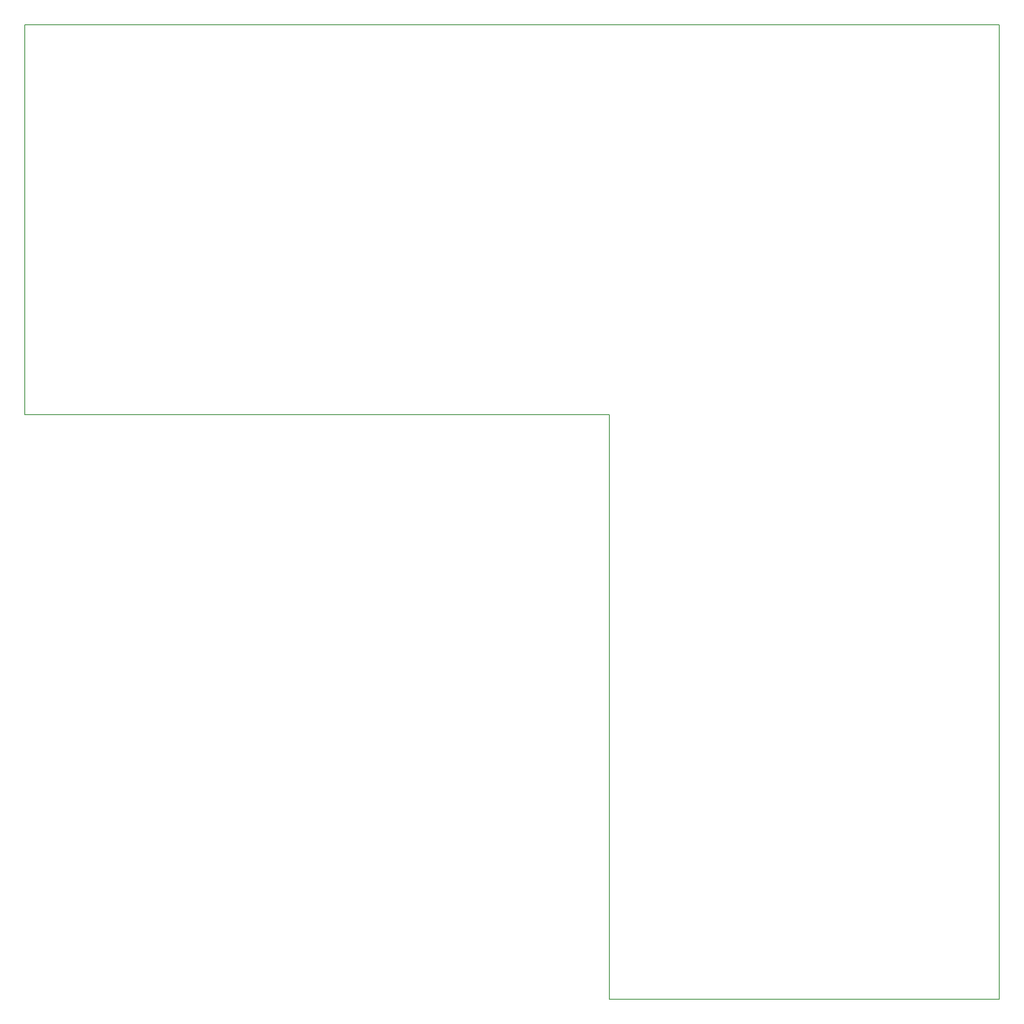
<source format=gbr>
G04 #@! TF.FileFunction,Profile,NP*
%FSLAX46Y46*%
G04 Gerber Fmt 4.6, Leading zero omitted, Abs format (unit mm)*
G04 Created by KiCad (PCBNEW (2015-01-19 BZR 5380)-product) date Thu 19 Feb 2015 00:57:00 CET*
%MOMM*%
G01*
G04 APERTURE LIST*
%ADD10C,0.020000*%
%ADD11C,0.150000*%
G04 APERTURE END LIST*
D10*
D11*
X227000000Y-28000000D02*
X27000000Y-28000000D01*
X227000000Y-228000000D02*
X227000000Y-28000000D01*
X147000000Y-228000000D02*
X227000000Y-228000000D01*
X147000000Y-108000000D02*
X147000000Y-228000000D01*
X27000000Y-108000000D02*
X147000000Y-108000000D01*
X27000000Y-28000000D02*
X27000000Y-108000000D01*
M02*

</source>
